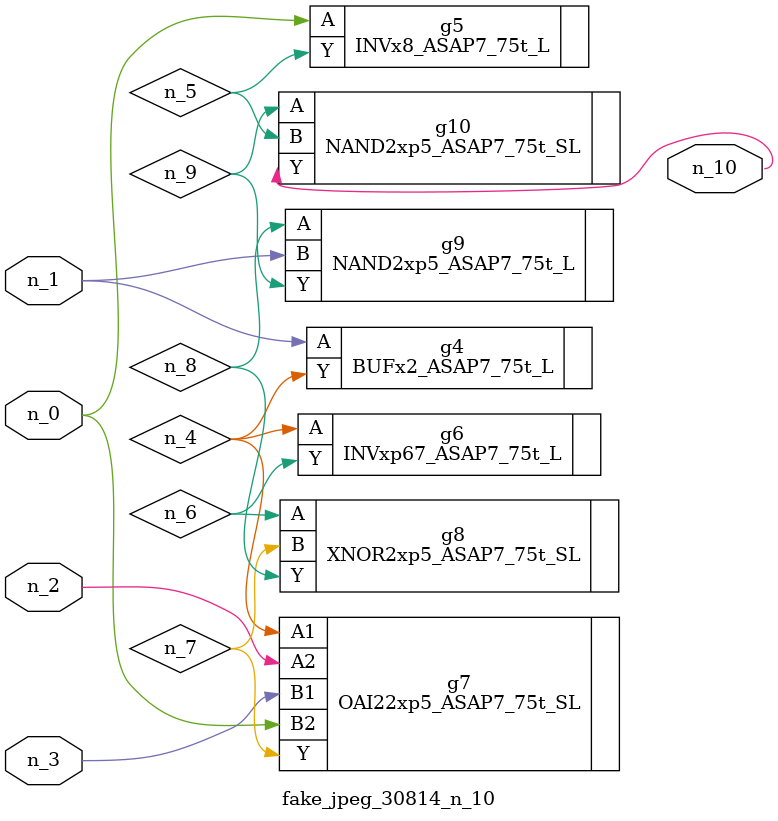
<source format=v>
module fake_jpeg_30814_n_10 (n_0, n_3, n_2, n_1, n_10);

input n_0;
input n_3;
input n_2;
input n_1;

output n_10;

wire n_4;
wire n_8;
wire n_9;
wire n_6;
wire n_5;
wire n_7;

BUFx2_ASAP7_75t_L g4 ( 
.A(n_1),
.Y(n_4)
);

INVx8_ASAP7_75t_L g5 ( 
.A(n_0),
.Y(n_5)
);

INVxp67_ASAP7_75t_L g6 ( 
.A(n_4),
.Y(n_6)
);

XNOR2xp5_ASAP7_75t_SL g8 ( 
.A(n_6),
.B(n_7),
.Y(n_8)
);

OAI22xp5_ASAP7_75t_SL g7 ( 
.A1(n_4),
.A2(n_2),
.B1(n_3),
.B2(n_0),
.Y(n_7)
);

NAND2xp5_ASAP7_75t_L g9 ( 
.A(n_8),
.B(n_1),
.Y(n_9)
);

NAND2xp5_ASAP7_75t_SL g10 ( 
.A(n_9),
.B(n_5),
.Y(n_10)
);


endmodule
</source>
